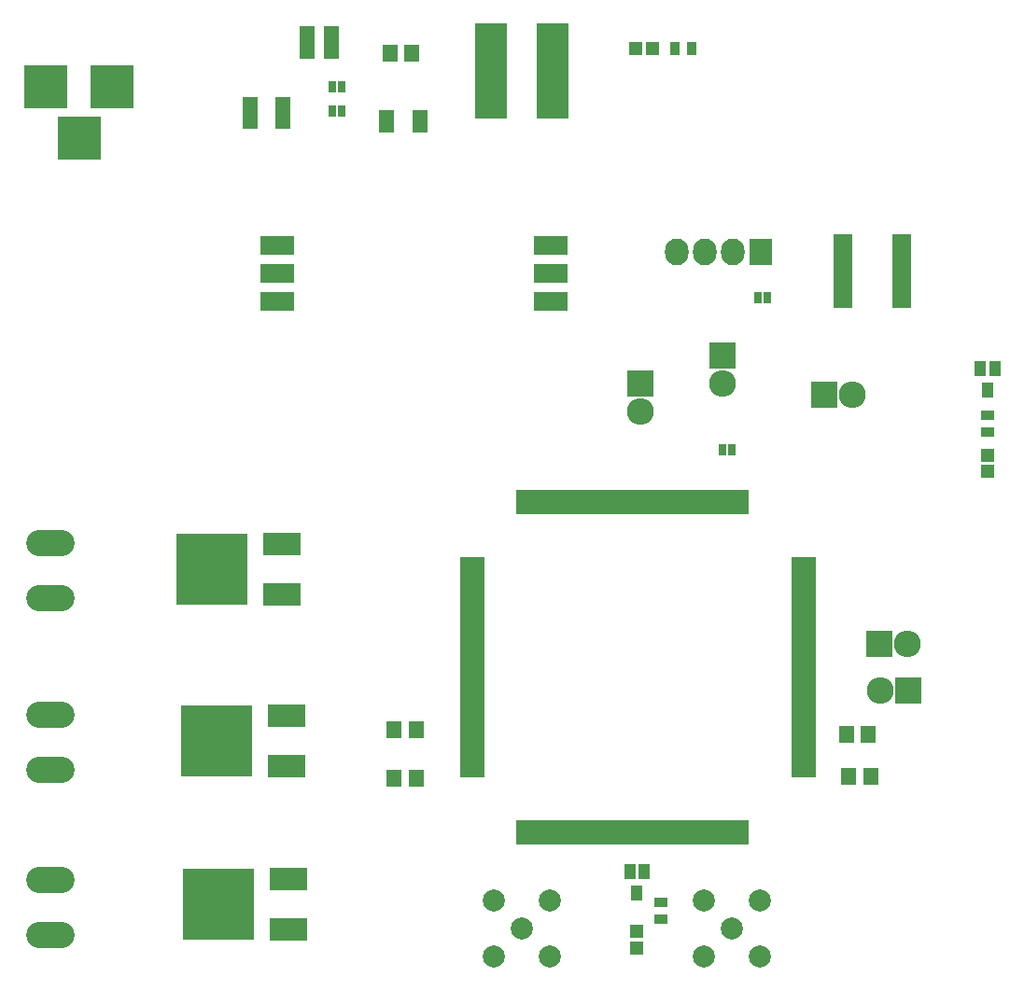
<source format=gts>
G04 #@! TF.FileFunction,Soldermask,Top*
%FSLAX46Y46*%
G04 Gerber Fmt 4.6, Leading zero omitted, Abs format (unit mm)*
G04 Created by KiCad (PCBNEW (2015-05-05 BZR 5645)-product) date Wednesday, June 24, 2015 'pmt' 10:47:51 pm*
%MOMM*%
G01*
G04 APERTURE LIST*
%ADD10C,0.100000*%
%ADD11R,1.400000X2.000000*%
%ADD12R,1.400000X1.650000*%
%ADD13R,1.400000X2.900000*%
%ADD14R,3.900120X3.900120*%
%ADD15R,1.197560X1.197560*%
%ADD16R,3.000000X8.600000*%
%ADD17O,4.362400X2.381200*%
%ADD18R,2.127200X2.432000*%
%ADD19O,2.127200X2.432000*%
%ADD20R,2.432000X2.432000*%
%ADD21O,2.432000X2.432000*%
%ADD22R,3.100000X1.750000*%
%ADD23C,2.000200*%
%ADD24R,3.448000X2.051000*%
%ADD25R,6.496000X6.496000*%
%ADD26R,0.999440X1.400760*%
%ADD27R,0.800000X1.000000*%
%ADD28R,1.300000X0.900000*%
%ADD29R,0.900000X1.300000*%
%ADD30R,1.460000X1.050000*%
%ADD31R,1.670000X0.806400*%
%ADD32R,2.200000X1.000000*%
%ADD33R,1.000000X2.200000*%
G04 APERTURE END LIST*
D10*
D11*
X113100000Y-53200000D03*
X116100000Y-53200000D03*
D12*
X113400000Y-47000000D03*
X115400000Y-47000000D03*
D13*
X100700000Y-52400000D03*
X103700000Y-52400000D03*
D12*
X154800000Y-108800000D03*
X156800000Y-108800000D03*
X113800000Y-108400000D03*
X115800000Y-108400000D03*
X157000000Y-112600000D03*
X155000000Y-112600000D03*
X115800000Y-112800000D03*
X113800000Y-112800000D03*
D14*
X88200140Y-50000000D03*
X82200660Y-50000000D03*
X85200400Y-54699000D03*
D15*
X135800000Y-126650700D03*
X135800000Y-128149300D03*
X167600000Y-83450700D03*
X167600000Y-84949300D03*
X137221443Y-46575000D03*
X135722843Y-46575000D03*
D16*
X122600000Y-48600000D03*
X128200000Y-48600000D03*
D17*
X82600000Y-127000000D03*
X82600000Y-122000000D03*
D18*
X147000000Y-65000000D03*
D19*
X144460000Y-65000000D03*
X141920000Y-65000000D03*
X139380000Y-65000000D03*
D20*
X160400000Y-104800000D03*
D21*
X157860000Y-104800000D03*
D20*
X157800000Y-100600000D03*
D21*
X160340000Y-100600000D03*
D22*
X103200000Y-69540000D03*
X128000000Y-69540000D03*
X128000000Y-64460000D03*
X103200000Y-64460000D03*
X103200000Y-67000000D03*
X128000000Y-67000000D03*
D23*
X122860000Y-123860000D03*
X122860000Y-128940000D03*
X127940000Y-123860000D03*
X127940000Y-128940000D03*
X125400000Y-126400000D03*
X141860000Y-123860000D03*
X141860000Y-128940000D03*
X146940000Y-123860000D03*
X146940000Y-128940000D03*
X144400000Y-126400000D03*
D24*
X104213000Y-126486000D03*
D25*
X97863000Y-124200000D03*
D24*
X104213000Y-121914000D03*
D26*
X135149760Y-121250040D03*
X136450240Y-121250040D03*
X135800000Y-123149960D03*
X166949760Y-75650040D03*
X168250240Y-75650040D03*
X167600000Y-77549960D03*
D27*
X108150000Y-50000000D03*
X109050000Y-50000000D03*
X108150000Y-52200000D03*
X109050000Y-52200000D03*
X146750000Y-69200000D03*
X147650000Y-69200000D03*
X143550000Y-83000000D03*
X144450000Y-83000000D03*
D28*
X138000000Y-125550000D03*
X138000000Y-124050000D03*
X167600000Y-81350000D03*
X167600000Y-79850000D03*
D29*
X139250000Y-46600000D03*
X140750000Y-46600000D03*
D30*
X105900000Y-45050000D03*
X105900000Y-46000000D03*
X105900000Y-46950000D03*
X108100000Y-46950000D03*
X108100000Y-45050000D03*
X108100000Y-46000000D03*
D31*
X159867000Y-69721000D03*
X159867000Y-69086000D03*
X159867000Y-68425600D03*
X159867000Y-67765200D03*
X159867000Y-67130200D03*
X159867000Y-66469800D03*
X159867000Y-65809400D03*
X159867000Y-65174400D03*
X159867000Y-64514000D03*
X159867000Y-63879000D03*
X154533000Y-63879000D03*
X154533000Y-64514000D03*
X154533000Y-65174400D03*
X154533000Y-65809400D03*
X154533000Y-66469800D03*
X154533000Y-67130200D03*
X154533000Y-67765200D03*
X154533000Y-68425600D03*
X154533000Y-69086000D03*
X154533000Y-69721000D03*
D32*
X150900000Y-112200000D03*
X120900000Y-93200000D03*
D33*
X125400000Y-117700000D03*
X145400000Y-87700000D03*
X144400000Y-87700000D03*
X143400000Y-87700000D03*
X142400000Y-87700000D03*
X141400000Y-87700000D03*
X140400000Y-87700000D03*
X139400000Y-87700000D03*
X138400000Y-87700000D03*
X137400000Y-87700000D03*
X136400000Y-87700000D03*
X135400000Y-87700000D03*
X134400000Y-87700000D03*
X133400000Y-87700000D03*
X132400000Y-87700000D03*
X131400000Y-87700000D03*
X130400000Y-87700000D03*
X129400000Y-87700000D03*
X128400000Y-87700000D03*
X127400000Y-87700000D03*
X126400000Y-87700000D03*
X125400000Y-87700000D03*
X126400000Y-117700000D03*
X127400000Y-117700000D03*
X128400000Y-117700000D03*
X129400000Y-117700000D03*
X130400000Y-117700000D03*
X131400000Y-117700000D03*
X132400000Y-117700000D03*
X133400000Y-117700000D03*
X134400000Y-117700000D03*
X135400000Y-117700000D03*
X136400000Y-117700000D03*
X137400000Y-117700000D03*
X138400000Y-117700000D03*
X139400000Y-117700000D03*
X140400000Y-117700000D03*
X141400000Y-117700000D03*
X142400000Y-117700000D03*
X143400000Y-117700000D03*
X144400000Y-117700000D03*
X145400000Y-117700000D03*
D32*
X120900000Y-94200000D03*
X120900000Y-95200000D03*
X120900000Y-96200000D03*
X120900000Y-97200000D03*
X120900000Y-98200000D03*
X120900000Y-99200000D03*
X120900000Y-100200000D03*
X120900000Y-101200000D03*
X120900000Y-102200000D03*
X120900000Y-103200000D03*
X120900000Y-104200000D03*
X120900000Y-105200000D03*
X120900000Y-106200000D03*
X120900000Y-107200000D03*
X120900000Y-108200000D03*
X120900000Y-109200000D03*
X120900000Y-110200000D03*
X120900000Y-111200000D03*
X120900000Y-112200000D03*
X150900000Y-111200000D03*
X150900000Y-110200000D03*
X150900000Y-109200000D03*
X150900000Y-108200000D03*
X150900000Y-107200000D03*
X150900000Y-106200000D03*
X150900000Y-105200000D03*
X150900000Y-104200000D03*
X150900000Y-103200000D03*
X150900000Y-102200000D03*
X150900000Y-101200000D03*
X150900000Y-100200000D03*
X150900000Y-99200000D03*
X150900000Y-98200000D03*
X150900000Y-97200000D03*
X150900000Y-96200000D03*
X150900000Y-95200000D03*
X150900000Y-94200000D03*
X150900000Y-93200000D03*
D20*
X143600000Y-74400000D03*
D21*
X143600000Y-76940000D03*
D20*
X136148333Y-76975000D03*
D21*
X136148333Y-79515000D03*
D17*
X82600000Y-112000000D03*
X82600000Y-107000000D03*
X82600000Y-96400000D03*
X82600000Y-91400000D03*
D20*
X152800000Y-78000000D03*
D21*
X155340000Y-78000000D03*
D24*
X104013000Y-111686000D03*
D25*
X97663000Y-109400000D03*
D24*
X104013000Y-107114000D03*
X103613000Y-96086000D03*
D25*
X97263000Y-93800000D03*
D24*
X103613000Y-91514000D03*
M02*

</source>
